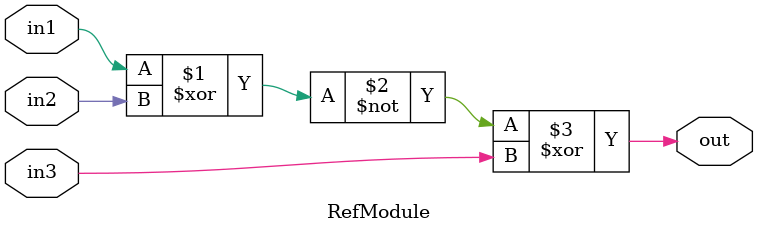
<source format=sv>

module RefModule (
  input in1,
  input in2,
  input in3,
  output logic out
);

  assign out = (~(in1 ^ in2)) ^ in3;

endmodule


</source>
